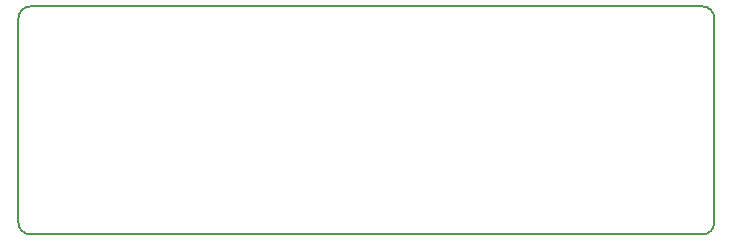
<source format=gm1>
G04 #@! TF.FileFunction,Profile,NP*
%FSLAX46Y46*%
G04 Gerber Fmt 4.6, Leading zero omitted, Abs format (unit mm)*
G04 Created by KiCad (PCBNEW 0.201511192131+6326~38~ubuntu14.04.1-stable) date Sun 22 Nov 2015 09:07:30 PM CST*
%MOMM*%
G01*
G04 APERTURE LIST*
%ADD10C,0.127000*%
%ADD11C,0.150000*%
G04 APERTURE END LIST*
D10*
D11*
X88392000Y-96520000D02*
G75*
G03X87376000Y-97536000I0J-1016000D01*
G01*
X87376000Y-114808000D02*
G75*
G03X88392000Y-115824000I1016000J0D01*
G01*
X145288000Y-115824000D02*
G75*
G03X146304000Y-114808000I0J1016000D01*
G01*
X146304000Y-97536000D02*
G75*
G03X145288000Y-96520000I-1016000J0D01*
G01*
X87376000Y-114808000D02*
X87376000Y-104648000D01*
X145288000Y-115824000D02*
X88392000Y-115824000D01*
X146304000Y-97536000D02*
X146304000Y-114808000D01*
X88392000Y-96520000D02*
X145288000Y-96520000D01*
X87376000Y-104648000D02*
X87376000Y-97536000D01*
M02*

</source>
